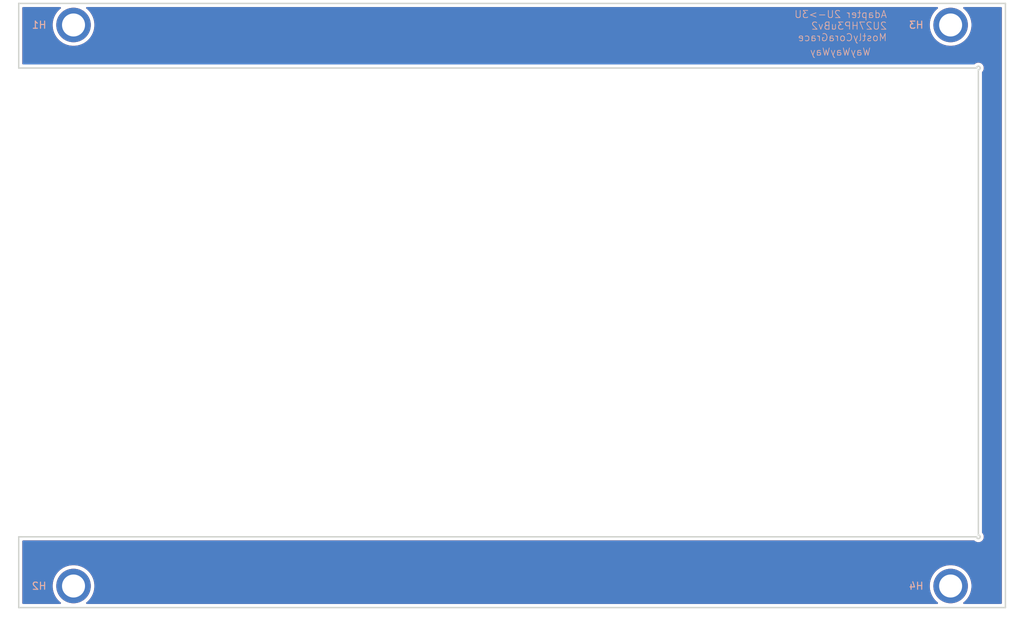
<source format=kicad_pcb>
(kicad_pcb (version 20241229) (generator "pcbnew") (generator_version "9.0")
  (layers (0 "F.Cu" signal) (2 "B.Cu" signal) (13 "F.Paste" user) (15 "B.Paste" user) (5 "F.SilkS" user "F.Silkscreen") (7 "B.SilkS" user "B.Silkscreen") (1 "F.Mask" user) (3 "B.Mask" user) (25 "Edge.Cuts" user))
  (net 0 "")
  (footprint "EXC:MountingHole_3.2mm_M3" (layer "F.Cu") (at 7.62 83.475)
    (property "Reference" "H2" (at -3.683 0 0) (layer "B.SilkS") (effects (justify left mirror)))
    (property "Value" "Eurorack_M3_MountingHole")
    (pad "" thru_hole circle (at 0 0) (size 4.8 4.8) (drill 3.2) (layers "*.Cu" "*.Mask"))
  )
  (footprint "EXC:MountingHole_3.2mm_M3" (layer "F.Cu") (at 129.54 5.425)
    (property "Reference" "H3" (at -3.683 0 0) (layer "B.SilkS") (effects (justify left mirror)))
    (property "Value" "Eurorack_M3_MountingHole")
    (pad "" thru_hole circle (at 0 0) (size 4.8 4.8) (drill 3.2) (layers "*.Cu" "*.Mask"))
  )
  (footprint "EXC:MountingHole_3.2mm_M3" (layer "F.Cu") (at 129.54 83.475)
    (property "Reference" "H4" (at -3.683 0 0) (layer "B.SilkS") (effects (justify left mirror)))
    (property "Value" "Eurorack_M3_MountingHole")
    (pad "" thru_hole circle (at 0 0) (size 4.8 4.8) (drill 3.2) (layers "*.Cu" "*.Mask"))
  )
  (footprint "EXC:MountingHole_3.2mm_M3" (layer "F.Cu") (at 7.62 5.425)
    (property "Reference" "H1" (at -3.683 0 0) (layer "B.SilkS") (effects (justify left mirror)))
    (property "Value" "Eurorack_M3_MountingHole")
    (pad "" thru_hole circle (at 0 0) (size 4.8 4.8) (drill 3.2) (layers "*.Cu" "*.Mask"))
  )
  (gr_line (start 0 11.415) (end 133.15 11.415) (stroke (width 0.2)) (layer "Edge.Cuts"))
  (gr_line (start 0 2.425) (end 0 11.415) (stroke (width 0.2)) (layer "Edge.Cuts"))
  (gr_line (start 137.16 2.425) (end 137.16 86.475) (stroke (width 0.2)) (layer "Edge.Cuts"))
  (gr_line (start 0 76.63) (end 0 86.475) (stroke (width 0.2)) (layer "Edge.Cuts"))
  (gr_line (start 133.4 11.665) (end 133.4 76.38) (stroke (width 0.2)) (layer "Edge.Cuts"))
  (gr_line (start 0 2.425) (end 137.16 2.425) (stroke (width 0.2)) (layer "Edge.Cuts"))
  (gr_line (start 0 86.475) (end 137.16 86.475) (stroke (width 0.2)) (layer "Edge.Cuts"))
  (gr_line (start 0 76.63) (end 133.15 76.63) (stroke (width 0.2)) (layer "Edge.Cuts"))
  (gr_arc (start 133.15 11.415) (mid 133.576777 11.238223) (end 133.4 11.665) (stroke (width 0.2)) (layer "Edge.Cuts"))
  (gr_arc (start 133.4 76.38) (mid 133.576777 76.806777) (end 133.15 76.63) (stroke (width 0.2)) (layer "Edge.Cuts"))
  (gr_text "WayWayWay" (at 118.5 9.75 0) (layer "B.SilkS") (effects (font (size 1 1) (thickness 0.1)) (justify left bottom mirror)))
  (gr_text "Adapter 2U->3U\n2U27HP3uBv2\nMostlyCoraGrace" (at 120.75 7.75 0) (layer "B.SilkS") (effects (font (size 1 1) (thickness 0.1)) (justify left bottom mirror)))
  (zone (net 0) (net_name "") (layers "F.Cu" "B.Cu") (connect_pads (clearance 0.5)) (min_thickness 0.25) (fill yes (thermal_gap 0.5) (thermal_bridge_width 0.5) (island_removal_mode 1) (island_area_min 10))
    (polygon (pts (xy 0 2.425) (xy 137.16 2.425) (xy 137.16 86.475) (xy 0 86.475) (xy 0 76.63) (xy 133.4 76.63) (xy 133.4 11.415) (xy 0 11.415)))
  )
)
</source>
